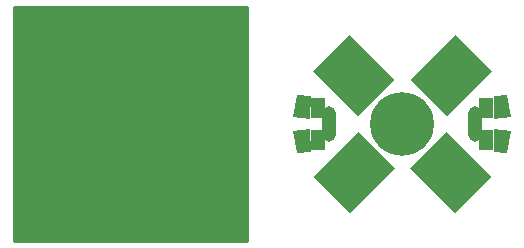
<source format=gbr>
G04 #@! TF.FileFunction,Soldermask,Bot*
%FSLAX46Y46*%
G04 Gerber Fmt 4.6, Leading zero omitted, Abs format (unit mm)*
G04 Created by KiCad (PCBNEW 4.0.5+dfsg1-4) date Mon Mar 11 19:24:06 2019*
%MOMM*%
%LPD*%
G01*
G04 APERTURE LIST*
%ADD10C,0.100000*%
%ADD11C,0.050000*%
%ADD12C,5.400000*%
%ADD13O,1.200000X3.000000*%
%ADD14C,1.300000*%
%ADD15R,1.300000X1.700000*%
%ADD16C,6.400000*%
%ADD17C,3.400000*%
%ADD18C,0.254000*%
G04 APERTURE END LIST*
D10*
D11*
X36000000Y-28000000D02*
G75*
G03X36000000Y-28000000I-8000000J0D01*
G01*
D10*
G36*
X51640723Y-24248007D02*
X55459099Y-20429631D01*
X58570369Y-23540901D01*
X54751993Y-27359277D01*
X51640723Y-24248007D01*
X51640723Y-24248007D01*
G37*
D12*
X51000000Y-28000000D03*
D13*
X57200000Y-28000000D03*
X44800000Y-28000000D03*
D10*
G36*
X60212716Y-27401138D02*
X58769391Y-27540115D01*
X58736594Y-25634485D01*
X59881299Y-25524262D01*
X60212716Y-27401138D01*
X60212716Y-27401138D01*
G37*
D14*
X59400000Y-26525000D03*
D10*
G36*
X58769391Y-28434885D02*
X60212716Y-28573862D01*
X59881299Y-30450738D01*
X58736594Y-30340515D01*
X58769391Y-28434885D01*
X58769391Y-28434885D01*
G37*
D14*
X59400000Y-29450000D03*
D10*
G36*
X41787284Y-28598862D02*
X43230609Y-28459885D01*
X43263406Y-30365515D01*
X42118701Y-30475738D01*
X41787284Y-28598862D01*
X41787284Y-28598862D01*
G37*
D14*
X42600000Y-29475000D03*
D10*
G36*
X43230609Y-27540115D02*
X41787284Y-27401138D01*
X42118701Y-25524262D01*
X43263406Y-25634485D01*
X43230609Y-27540115D01*
X43230609Y-27540115D01*
G37*
D14*
X42600000Y-26525000D03*
D15*
X58100000Y-26650000D03*
D14*
X58100000Y-26650000D03*
D15*
X58100000Y-29350000D03*
D14*
X58100000Y-29350000D03*
D15*
X43900000Y-26650000D03*
D14*
X43900000Y-26650000D03*
D15*
X43900000Y-29350000D03*
D14*
X43900000Y-29350000D03*
D10*
G36*
X47248007Y-27359277D02*
X43429631Y-23540901D01*
X46540901Y-20429631D01*
X50359277Y-24248007D01*
X47248007Y-27359277D01*
X47248007Y-27359277D01*
G37*
G36*
X54751993Y-28640723D02*
X58570369Y-32459099D01*
X55459099Y-35570369D01*
X51640723Y-31751993D01*
X54751993Y-28640723D01*
X54751993Y-28640723D01*
G37*
G36*
X50359277Y-31751993D02*
X46540901Y-35570369D01*
X43429631Y-32459099D01*
X47248007Y-28640723D01*
X50359277Y-31751993D01*
X50359277Y-31751993D01*
G37*
D16*
X28000000Y-28000000D03*
D17*
X28000000Y-28000000D03*
D18*
G36*
X37873000Y-37873000D02*
X18127000Y-37873000D01*
X18127000Y-18127000D01*
X37873000Y-18127000D01*
X37873000Y-37873000D01*
X37873000Y-37873000D01*
G37*
X37873000Y-37873000D02*
X18127000Y-37873000D01*
X18127000Y-18127000D01*
X37873000Y-18127000D01*
X37873000Y-37873000D01*
M02*

</source>
